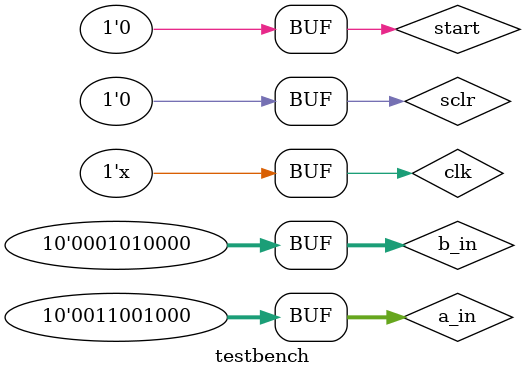
<source format=v>
`timescale 1ns/1ns

module testbench ();
	reg [9:0] a_in = 10'b0011001000, b_in = 10'b0001010000;
	reg clk = 1'b0, sclr = 1'b0, start = 1'b0;
	wire [9:0] q_out;
	wire dvz, ovf, busy, valid;

	divider divide (a_in, b_in, clk, sclr, start, q_out, dvz, ovf, busy, valid);

	always #100 clk = ~clk;

	initial begin
		#220 start = 1'b1;
		#210 start = 1'b0;
	end
endmodule
</source>
